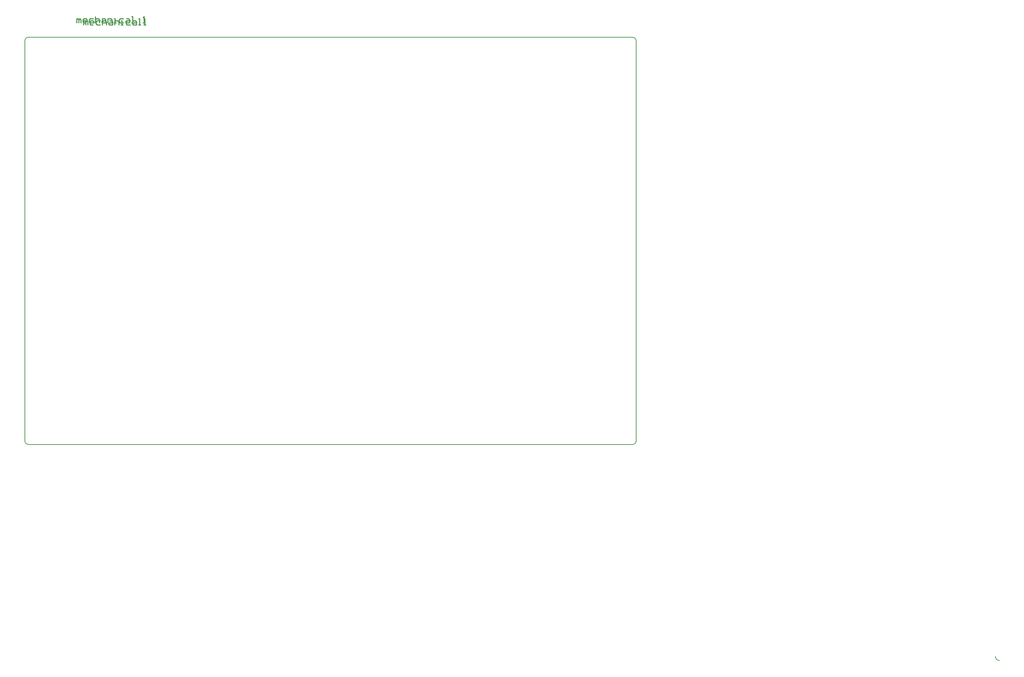
<source format=gm1>
G04*
G04 #@! TF.GenerationSoftware,Altium Limited,Altium Designer,21.2.1 (34)*
G04*
G04 Layer_Color=16711935*
%FSLAX24Y24*%
%MOIN*%
G70*
G04*
G04 #@! TF.SameCoordinates,50E8038E-39F9-4302-AF09-D4DFFB075F86*
G04*
G04*
G04 #@! TF.FilePolarity,Positive*
G04*
G01*
G75*
%ADD10C,0.0100*%
%ADD16C,0.0060*%
%ADD83C,0.0060*%
D10*
X5700Y40550D02*
Y40950D01*
X5800D01*
X5900Y40850D01*
Y40550D01*
Y40850D01*
X6000Y40950D01*
X6100Y40850D01*
Y40550D01*
X6600D02*
X6400D01*
X6300Y40650D01*
Y40850D01*
X6400Y40950D01*
X6600D01*
X6700Y40850D01*
Y40750D01*
X6300D01*
X7299Y40950D02*
X7000D01*
X6900Y40850D01*
Y40650D01*
X7000Y40550D01*
X7299D01*
X7499Y41150D02*
Y40550D01*
Y40850D01*
X7599Y40950D01*
X7799D01*
X7899Y40850D01*
Y40550D01*
X8199Y40950D02*
X8399D01*
X8499Y40850D01*
Y40550D01*
X8199D01*
X8099Y40650D01*
X8199Y40750D01*
X8499D01*
X8699Y40550D02*
Y40950D01*
X8999D01*
X9099Y40850D01*
Y40550D01*
X9299D02*
X9499D01*
X9399D01*
Y40950D01*
X9299D01*
X10199D02*
X9899D01*
X9799Y40850D01*
Y40650D01*
X9899Y40550D01*
X10199D01*
X10498Y40950D02*
X10698D01*
X10798Y40850D01*
Y40550D01*
X10498D01*
X10398Y40650D01*
X10498Y40750D01*
X10798D01*
X10998Y40550D02*
X11198D01*
X11098D01*
Y41150D01*
X10998D01*
X11498Y40550D02*
X11698D01*
X11598D01*
Y41150D01*
X11498Y41050D01*
X5050Y40750D02*
Y41150D01*
X5150D01*
X5250Y41050D01*
Y40750D01*
Y41050D01*
X5350Y41150D01*
X5450Y41050D01*
Y40750D01*
X5950D02*
X5750D01*
X5650Y40850D01*
Y41050D01*
X5750Y41150D01*
X5950D01*
X6050Y41050D01*
Y40950D01*
X5650D01*
X6649Y41150D02*
X6350D01*
X6250Y41050D01*
Y40850D01*
X6350Y40750D01*
X6649D01*
X6849Y41350D02*
Y40750D01*
Y41050D01*
X6949Y41150D01*
X7149D01*
X7249Y41050D01*
Y40750D01*
X7549Y41150D02*
X7749D01*
X7849Y41050D01*
Y40750D01*
X7549D01*
X7449Y40850D01*
X7549Y40950D01*
X7849D01*
X8049Y40750D02*
Y41150D01*
X8349D01*
X8449Y41050D01*
Y40750D01*
X8649D02*
X8849D01*
X8749D01*
Y41150D01*
X8649D01*
X9549D02*
X9249D01*
X9149Y41050D01*
Y40850D01*
X9249Y40750D01*
X9549D01*
X9848Y41150D02*
X10048D01*
X10148Y41050D01*
Y40750D01*
X9848D01*
X9748Y40850D01*
X9848Y40950D01*
X10148D01*
X10348Y40750D02*
X10548D01*
X10448D01*
Y41350D01*
X10348D01*
X11448Y40750D02*
X11648D01*
X11548D01*
Y41350D01*
X11448Y41250D01*
D16*
X415Y39349D02*
X58683D01*
X59046Y362D02*
X59047Y38945D01*
X21Y38955D02*
X35Y353D01*
X398Y-19D02*
X58683Y-21D01*
D83*
X59047Y38945D02*
G03*
X58683Y39349I-384J20D01*
G01*
Y-21D02*
G03*
X59046Y362I-10J373D01*
G01*
X35Y353D02*
G03*
X398Y-19I367J-5D01*
G01*
X415Y39349D02*
G03*
X21Y38955I-0J-394D01*
G01*
X93711Y-20511D02*
G03*
X94105Y-20905I394J0D01*
G01*
M02*

</source>
